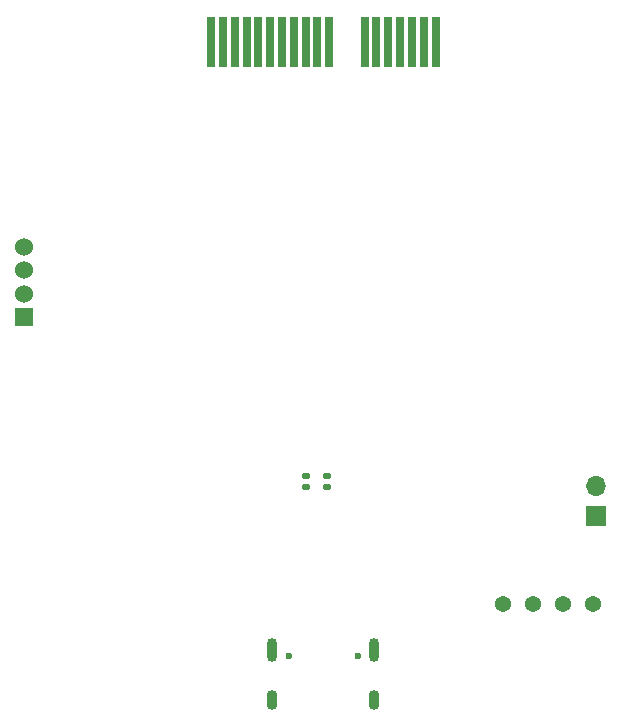
<source format=gbr>
%TF.GenerationSoftware,KiCad,Pcbnew,9.0.0*%
%TF.CreationDate,2025-05-31T20:06:25-04:00*%
%TF.ProjectId,status,73746174-7573-42e6-9b69-6361645f7063,rev?*%
%TF.SameCoordinates,Original*%
%TF.FileFunction,Soldermask,Bot*%
%TF.FilePolarity,Negative*%
%FSLAX46Y46*%
G04 Gerber Fmt 4.6, Leading zero omitted, Abs format (unit mm)*
G04 Created by KiCad (PCBNEW 9.0.0) date 2025-05-31 20:06:25*
%MOMM*%
%LPD*%
G01*
G04 APERTURE LIST*
G04 Aperture macros list*
%AMRoundRect*
0 Rectangle with rounded corners*
0 $1 Rounding radius*
0 $2 $3 $4 $5 $6 $7 $8 $9 X,Y pos of 4 corners*
0 Add a 4 corners polygon primitive as box body*
4,1,4,$2,$3,$4,$5,$6,$7,$8,$9,$2,$3,0*
0 Add four circle primitives for the rounded corners*
1,1,$1+$1,$2,$3*
1,1,$1+$1,$4,$5*
1,1,$1+$1,$6,$7*
1,1,$1+$1,$8,$9*
0 Add four rect primitives between the rounded corners*
20,1,$1+$1,$2,$3,$4,$5,0*
20,1,$1+$1,$4,$5,$6,$7,0*
20,1,$1+$1,$6,$7,$8,$9,0*
20,1,$1+$1,$8,$9,$2,$3,0*%
G04 Aperture macros list end*
%ADD10C,1.371600*%
%ADD11R,1.524000X1.524000*%
%ADD12C,1.524000*%
%ADD13C,0.600000*%
%ADD14O,0.900000X2.000000*%
%ADD15O,0.900000X1.700000*%
%ADD16R,1.700000X1.700000*%
%ADD17O,1.700000X1.700000*%
%ADD18R,0.700000X4.300000*%
%ADD19RoundRect,0.140000X-0.170000X0.140000X-0.170000X-0.140000X0.170000X-0.140000X0.170000X0.140000X0*%
G04 APERTURE END LIST*
D10*
%TO.C,J2*%
X161590000Y-111710500D03*
X164130000Y-111710500D03*
X166670000Y-111710500D03*
X169210000Y-111710500D03*
%TD*%
D11*
%TO.C,J3*%
X121050000Y-87425000D03*
D12*
X121050000Y-85425000D03*
X121050000Y-83425000D03*
X121050000Y-81425000D03*
%TD*%
D13*
%TO.C,J6*%
X143530000Y-116090000D03*
X149310000Y-116090000D03*
D14*
X142100000Y-115610000D03*
D15*
X142100000Y-119780000D03*
D14*
X150740000Y-115610000D03*
D15*
X150740000Y-119780000D03*
%TD*%
D16*
%TO.C,J7*%
X169490000Y-104225000D03*
D17*
X169490000Y-101685000D03*
%TD*%
D18*
%TO.C,J1*%
X136913000Y-64138595D03*
X137913000Y-64138595D03*
X138913000Y-64138595D03*
X139913000Y-64138595D03*
X140913000Y-64138595D03*
X141913000Y-64138595D03*
X142913000Y-64138595D03*
X143913000Y-64138595D03*
X144913000Y-64138595D03*
X145913000Y-64138595D03*
X146913000Y-64138595D03*
X149913000Y-64138595D03*
X150913000Y-64138595D03*
X151913000Y-64138595D03*
X152913000Y-64138595D03*
X153913000Y-64138595D03*
X154913000Y-64138595D03*
X155913000Y-64138595D03*
%TD*%
D19*
%TO.C,C13*%
X144983200Y-100815200D03*
X144983200Y-101775200D03*
%TD*%
%TO.C,C11*%
X146735800Y-100840600D03*
X146735800Y-101800600D03*
%TD*%
M02*

</source>
